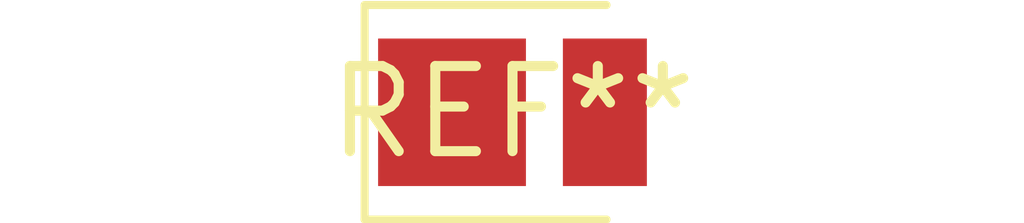
<source format=kicad_pcb>
(kicad_pcb (version 20240108) (generator pcbnew)
  (layers (0 "F.Cu" signal) (31 "B.Cu" signal) (34 "B.Paste" user) (35 "F.Paste" user) (36 "B.SilkS" user "B.Silkscreen") (37 "F.SilkS" user "F.Silkscreen") (38 "B.Mask" user) (39 "F.Mask" user) (44 "Edge.Cuts" user))
  (net 0 "")
  (footprint "LED_PLCC_2835" (layer "F.Cu") (at 0 0)
    (property "Reference" "REF**")
    (property "Value" "LED_PLCC_2835")
    (fp_line (start -2.2 -1.6) (end -2.2 1.6) (layer "F.SilkS") (stroke (width 0.12)))
    (fp_line (start 1.4 -1.6) (end -2.2 -1.6) (layer "F.SilkS") (stroke (width 0.12)))
    (fp_line (start 1.4 1.6) (end -2.2 1.6) (layer "F.SilkS") (stroke (width 0.12)))
    (pad "1" smd rect (at -0.9 0) (size 2.2 2.2) (layers "F.Cu" "F.Paste" "F.Mask"))
    (pad "2" smd rect (at 1.375 0) (size 1.25 2.2) (layers "F.Cu" "F.Paste" "F.Mask"))
  )
)
</source>
